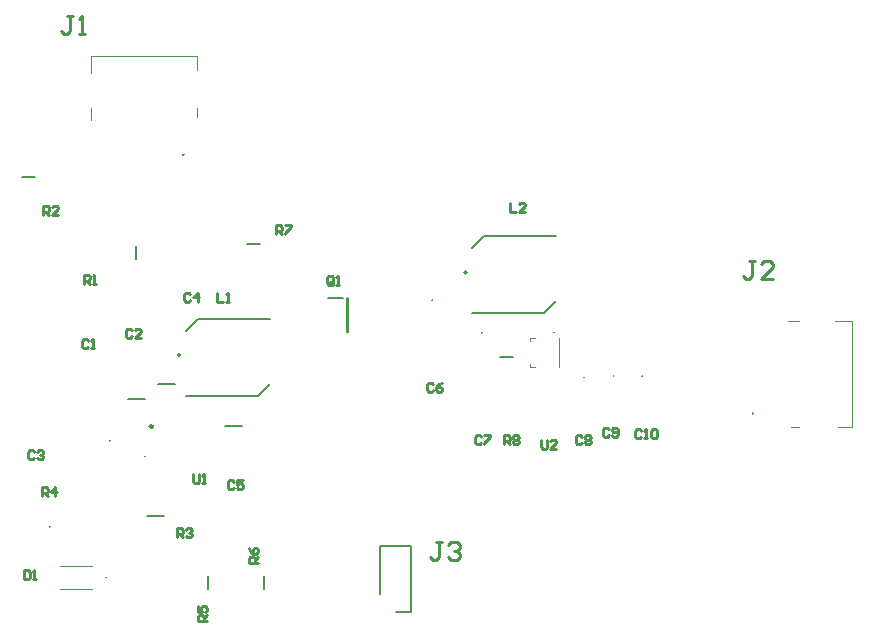
<source format=gto>
G04*
G04 #@! TF.GenerationSoftware,Altium Limited,Altium Designer,22.3.1 (43)*
G04*
G04 Layer_Color=65535*
%FSLAX23Y23*%
%MOIN*%
G70*
G04*
G04 #@! TF.SameCoordinates,09264033-3090-4D32-8FBF-651452AD9D60*
G04*
G04*
G04 #@! TF.FilePolarity,Positive*
G04*
G01*
G75*
%ADD10C,0.008*%
%ADD11C,0.004*%
%ADD12C,0.010*%
%ADD13C,0.010*%
D10*
X2915Y861D02*
G03*
X2915Y865I0J2D01*
G01*
D02*
G03*
X2915Y861I0J-2D01*
G01*
D02*
G03*
X2915Y865I0J2D01*
G01*
X1019Y1725D02*
G03*
X1015Y1725I-2J0D01*
G01*
D02*
G03*
X1019Y1725I2J0D01*
G01*
D02*
G03*
X1015Y1725I-2J0D01*
G01*
X573Y485D02*
G03*
X573Y485I-2J0D01*
G01*
X1962Y1333D02*
G03*
X1962Y1333I-5J0D01*
G01*
X1007Y1058D02*
G03*
X1007Y1058I-5J0D01*
G01*
X2547Y988D02*
G03*
X2547Y988I-2J0D01*
G01*
X2452D02*
G03*
X2452Y988I-2J0D01*
G01*
X2352Y983D02*
G03*
X2352Y983I-2J0D01*
G01*
X2012Y1132D02*
G03*
X2012Y1132I-2J0D01*
G01*
X1847Y1242D02*
G03*
X1847Y1242I-2J0D01*
G01*
X890Y720D02*
G03*
X890Y720I-2J0D01*
G01*
X772Y772D02*
G03*
X772Y772I-2J0D01*
G01*
X2074Y1050D02*
X2116D01*
X1229Y1428D02*
X1271D01*
X1285Y279D02*
Y321D01*
X1100Y279D02*
Y321D01*
X897Y520D02*
X953D01*
X479Y1650D02*
X521D01*
X860Y1379D02*
Y1421D01*
X1498Y1249D02*
X1549D01*
X1563Y1133D02*
Y1247D01*
Y1133D02*
X1567D01*
Y1247D01*
X1563D02*
X1567D01*
X1980Y1197D02*
X2220D01*
X2260Y1236D01*
X2020Y1453D02*
X2260D01*
X1980Y1414D02*
X2020Y1453D01*
X1025Y1139D02*
X1065Y1178D01*
X1305D01*
X1265Y922D02*
X1305Y961D01*
X1025Y922D02*
X1265D01*
X1725Y200D02*
X1777D01*
Y420D01*
X1673D02*
X1777D01*
X1673Y260D02*
Y420D01*
X1156Y820D02*
X1214D01*
X932Y960D02*
X988D01*
X831Y910D02*
X889D01*
D11*
X2254Y1132D02*
G03*
X2250Y1132I-2J0D01*
G01*
D02*
G03*
X2254Y1132I2J0D01*
G01*
X762Y315D02*
G03*
X758Y315I-2J0D01*
G01*
D02*
G03*
X762Y315I2J0D01*
G01*
X3031Y1171D02*
X3070D01*
X3031D02*
X3070D01*
X3189D02*
X3245D01*
X3189D02*
X3245D01*
Y819D02*
Y1171D01*
Y819D02*
Y1171D01*
X3198Y819D02*
X3245D01*
X3198D02*
X3245D01*
X3041D02*
X3070D01*
Y818D02*
Y819D01*
X3041Y818D02*
X3070D01*
X3041D02*
Y819D01*
X2171Y1016D02*
X2188D01*
X2171D02*
Y1026D01*
Y1104D02*
Y1114D01*
X2188D01*
X2269Y1016D02*
Y1114D01*
X1061Y1851D02*
X1062D01*
Y1880D01*
X1061D02*
X1062D01*
X1061Y1851D02*
Y1880D01*
Y2008D02*
Y2055D01*
Y2008D02*
Y2055D01*
X709D02*
X1061D01*
X709D02*
X1061D01*
X709Y1999D02*
Y2055D01*
Y1999D02*
Y2055D01*
Y1841D02*
Y1880D01*
Y1841D02*
Y1880D01*
X607Y276D02*
X713D01*
X607Y354D02*
X713D01*
D12*
X915Y819D02*
G03*
X915Y819I-5J0D01*
G01*
D13*
X2922Y1370D02*
X2902D01*
X2912D01*
Y1320D01*
X2902Y1310D01*
X2892D01*
X2882Y1320D01*
X2982Y1310D02*
X2942D01*
X2982Y1350D01*
Y1360D01*
X2972Y1370D01*
X2952D01*
X2942Y1360D01*
X650Y2186D02*
X630D01*
X640D01*
Y2136D01*
X630Y2126D01*
X620D01*
X610Y2136D01*
X670Y2126D02*
X690D01*
X680D01*
Y2186D01*
X670Y2176D01*
X2210Y775D02*
Y750D01*
X2215Y745D01*
X2225D01*
X2230Y750D01*
Y775D01*
X2260Y745D02*
X2240D01*
X2260Y765D01*
Y770D01*
X2255Y775D01*
X2245D01*
X2240Y770D01*
X1050Y660D02*
Y635D01*
X1055Y630D01*
X1065D01*
X1070Y635D01*
Y660D01*
X1080Y630D02*
X1090D01*
X1085D01*
Y660D01*
X1080Y655D01*
X2085Y760D02*
Y790D01*
X2100D01*
X2105Y785D01*
Y775D01*
X2100Y770D01*
X2085D01*
X2095D02*
X2105Y760D01*
X2115Y785D02*
X2120Y790D01*
X2130D01*
X2135Y785D01*
Y780D01*
X2130Y775D01*
X2135Y770D01*
Y765D01*
X2130Y760D01*
X2120D01*
X2115Y765D01*
Y770D01*
X2120Y775D01*
X2115Y780D01*
Y785D01*
X2120Y775D02*
X2130D01*
X1325Y1460D02*
Y1490D01*
X1340D01*
X1345Y1485D01*
Y1475D01*
X1340Y1470D01*
X1325D01*
X1335D02*
X1345Y1460D01*
X1355Y1490D02*
X1375D01*
Y1485D01*
X1355Y1465D01*
Y1460D01*
X1265Y365D02*
X1235D01*
Y380D01*
X1240Y385D01*
X1250D01*
X1255Y380D01*
Y365D01*
Y375D02*
X1265Y385D01*
X1235Y415D02*
X1240Y405D01*
X1250Y395D01*
X1260D01*
X1265Y400D01*
Y410D01*
X1260Y415D01*
X1255D01*
X1250Y410D01*
Y395D01*
X1095Y170D02*
X1065D01*
Y185D01*
X1070Y190D01*
X1080D01*
X1085Y185D01*
Y170D01*
Y180D02*
X1095Y190D01*
X1065Y220D02*
Y200D01*
X1080D01*
X1075Y210D01*
Y215D01*
X1080Y220D01*
X1090D01*
X1095Y215D01*
Y205D01*
X1090Y200D01*
X545Y587D02*
Y617D01*
X560D01*
X565Y612D01*
Y602D01*
X560Y597D01*
X545D01*
X555D02*
X565Y587D01*
X590D02*
Y617D01*
X575Y602D01*
X595D01*
X995Y450D02*
Y480D01*
X1010D01*
X1015Y475D01*
Y465D01*
X1010Y460D01*
X995D01*
X1005D02*
X1015Y450D01*
X1025Y475D02*
X1030Y480D01*
X1040D01*
X1045Y475D01*
Y470D01*
X1040Y465D01*
X1035D01*
X1040D01*
X1045Y460D01*
Y455D01*
X1040Y450D01*
X1030D01*
X1025Y455D01*
X550Y1525D02*
Y1555D01*
X565D01*
X570Y1550D01*
Y1540D01*
X565Y1535D01*
X550D01*
X560D02*
X570Y1525D01*
X600D02*
X580D01*
X600Y1545D01*
Y1550D01*
X595Y1555D01*
X585D01*
X580Y1550D01*
X685Y1295D02*
Y1325D01*
X700D01*
X705Y1320D01*
Y1310D01*
X700Y1305D01*
X685D01*
X695D02*
X705Y1295D01*
X715D02*
X725D01*
X720D01*
Y1325D01*
X715Y1320D01*
X1517Y1296D02*
Y1316D01*
X1512Y1321D01*
X1502D01*
X1497Y1316D01*
Y1296D01*
X1502Y1291D01*
X1512D01*
X1507Y1301D02*
X1517Y1291D01*
X1512D02*
X1517Y1296D01*
X1527Y1291D02*
X1537D01*
X1532D01*
Y1321D01*
X1527Y1316D01*
X2105Y1565D02*
Y1535D01*
X2125D01*
X2155D02*
X2135D01*
X2155Y1555D01*
Y1560D01*
X2150Y1565D01*
X2140D01*
X2135Y1560D01*
X1130Y1265D02*
Y1235D01*
X1150D01*
X1160D02*
X1170D01*
X1165D01*
Y1265D01*
X1160Y1260D01*
X1880Y435D02*
X1860D01*
X1870D01*
Y385D01*
X1860Y375D01*
X1850D01*
X1840Y385D01*
X1900Y425D02*
X1910Y435D01*
X1930D01*
X1940Y425D01*
Y415D01*
X1930Y405D01*
X1920D01*
X1930D01*
X1940Y395D01*
Y385D01*
X1930Y375D01*
X1910D01*
X1900Y385D01*
X485Y340D02*
Y310D01*
X500D01*
X505Y315D01*
Y335D01*
X500Y340D01*
X485D01*
X515Y310D02*
X525D01*
X520D01*
Y340D01*
X515Y335D01*
X2543Y805D02*
X2538Y810D01*
X2528D01*
X2523Y805D01*
Y785D01*
X2528Y780D01*
X2538D01*
X2543Y785D01*
X2553Y780D02*
X2562D01*
X2558D01*
Y810D01*
X2553Y805D01*
X2577D02*
X2582Y810D01*
X2592D01*
X2597Y805D01*
Y785D01*
X2592Y780D01*
X2582D01*
X2577Y785D01*
Y805D01*
X2435Y810D02*
X2430Y815D01*
X2420D01*
X2415Y810D01*
Y790D01*
X2420Y785D01*
X2430D01*
X2435Y790D01*
X2445D02*
X2450Y785D01*
X2460D01*
X2465Y790D01*
Y810D01*
X2460Y815D01*
X2450D01*
X2445Y810D01*
Y805D01*
X2450Y800D01*
X2465D01*
X2345Y785D02*
X2340Y790D01*
X2330D01*
X2325Y785D01*
Y765D01*
X2330Y760D01*
X2340D01*
X2345Y765D01*
X2355Y785D02*
X2360Y790D01*
X2370D01*
X2375Y785D01*
Y780D01*
X2370Y775D01*
X2375Y770D01*
Y765D01*
X2370Y760D01*
X2360D01*
X2355Y765D01*
Y770D01*
X2360Y775D01*
X2355Y780D01*
Y785D01*
X2360Y775D02*
X2370D01*
X2010Y785D02*
X2005Y790D01*
X1995D01*
X1990Y785D01*
Y765D01*
X1995Y760D01*
X2005D01*
X2010Y765D01*
X2020Y790D02*
X2040D01*
Y785D01*
X2020Y765D01*
Y760D01*
X1850Y960D02*
X1845Y965D01*
X1835D01*
X1830Y960D01*
Y940D01*
X1835Y935D01*
X1845D01*
X1850Y940D01*
X1880Y965D02*
X1870Y960D01*
X1860Y950D01*
Y940D01*
X1865Y935D01*
X1875D01*
X1880Y940D01*
Y945D01*
X1875Y950D01*
X1860D01*
X1185Y635D02*
X1180Y640D01*
X1170D01*
X1165Y635D01*
Y615D01*
X1170Y610D01*
X1180D01*
X1185Y615D01*
X1215Y640D02*
X1195D01*
Y625D01*
X1205Y630D01*
X1210D01*
X1215Y625D01*
Y615D01*
X1210Y610D01*
X1200D01*
X1195Y615D01*
X1040Y1260D02*
X1035Y1265D01*
X1025D01*
X1020Y1260D01*
Y1240D01*
X1025Y1235D01*
X1035D01*
X1040Y1240D01*
X1065Y1235D02*
Y1265D01*
X1050Y1250D01*
X1070D01*
X520Y735D02*
X515Y740D01*
X505D01*
X500Y735D01*
Y715D01*
X505Y710D01*
X515D01*
X520Y715D01*
X530Y735D02*
X535Y740D01*
X545D01*
X550Y735D01*
Y730D01*
X545Y725D01*
X540D01*
X545D01*
X550Y720D01*
Y715D01*
X545Y710D01*
X535D01*
X530Y715D01*
X845Y1140D02*
X840Y1145D01*
X830D01*
X825Y1140D01*
Y1120D01*
X830Y1115D01*
X840D01*
X845Y1120D01*
X875Y1115D02*
X855D01*
X875Y1135D01*
Y1140D01*
X870Y1145D01*
X860D01*
X855Y1140D01*
X700Y1105D02*
X695Y1110D01*
X685D01*
X680Y1105D01*
Y1085D01*
X685Y1080D01*
X695D01*
X700Y1085D01*
X710Y1080D02*
X720D01*
X715D01*
Y1110D01*
X710Y1105D01*
M02*

</source>
